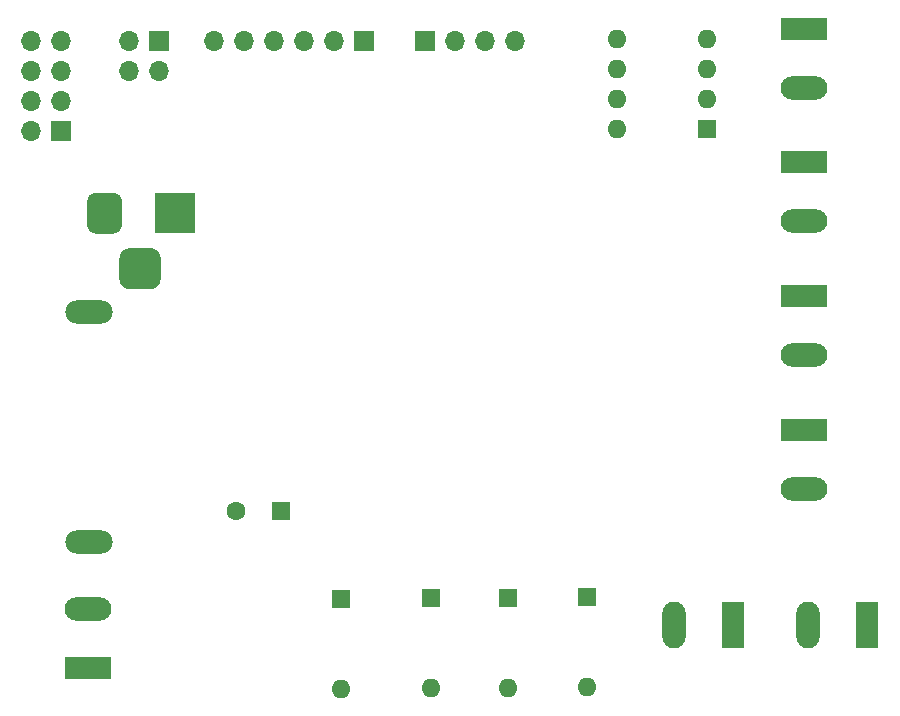
<source format=gbr>
%TF.GenerationSoftware,KiCad,Pcbnew,(5.1.10)-1*%
%TF.CreationDate,2022-04-27T18:27:10+08:00*%
%TF.ProjectId,lamp,6c616d70-2e6b-4696-9361-645f70636258,rev?*%
%TF.SameCoordinates,Original*%
%TF.FileFunction,Soldermask,Bot*%
%TF.FilePolarity,Negative*%
%FSLAX46Y46*%
G04 Gerber Fmt 4.6, Leading zero omitted, Abs format (unit mm)*
G04 Created by KiCad (PCBNEW (5.1.10)-1) date 2022-04-27 18:27:10*
%MOMM*%
%LPD*%
G01*
G04 APERTURE LIST*
%ADD10O,1.700000X1.700000*%
%ADD11R,1.700000X1.700000*%
%ADD12O,1.600000X1.600000*%
%ADD13R,1.600000X1.600000*%
%ADD14C,1.600000*%
%ADD15O,4.000000X2.000000*%
%ADD16O,3.960000X1.980000*%
%ADD17R,3.960000X1.980000*%
%ADD18O,1.980000X3.960000*%
%ADD19R,1.980000X3.960000*%
%ADD20R,3.500000X3.500000*%
G04 APERTURE END LIST*
D10*
%TO.C,J1*%
X100810000Y-11255000D03*
X103350000Y-11255000D03*
X100810000Y-13795000D03*
X103350000Y-13795000D03*
X100810000Y-16335000D03*
X103350000Y-16335000D03*
X100810000Y-18875000D03*
D11*
X103350000Y-18875000D03*
%TD*%
D12*
%TO.C,U2*%
X150390000Y-18710000D03*
X158010000Y-11090000D03*
X150390000Y-16170000D03*
X158010000Y-13630000D03*
X150390000Y-13630000D03*
X158010000Y-16170000D03*
X150390000Y-11090000D03*
D13*
X158010000Y-18710000D03*
%TD*%
D14*
%TO.C,C15*%
X118140000Y-51000000D03*
D13*
X121940000Y-51000000D03*
%TD*%
D15*
%TO.C,SW1*%
X105650000Y-53700000D03*
X105650000Y-34200000D03*
%TD*%
D12*
%TO.C,J17*%
X147850000Y-65980000D03*
D13*
X147850000Y-58360000D03*
%TD*%
D12*
%TO.C,J16*%
X141190000Y-66030000D03*
D13*
X141190000Y-58410000D03*
%TD*%
D12*
%TO.C,J15*%
X134640000Y-66000000D03*
D13*
X134640000Y-58380000D03*
%TD*%
D10*
%TO.C,J14*%
X116260000Y-11210000D03*
X118800000Y-11210000D03*
X121340000Y-11210000D03*
X123880000Y-11210000D03*
X126420000Y-11210000D03*
D11*
X128960000Y-11210000D03*
%TD*%
D10*
%TO.C,J13*%
X141780000Y-11280000D03*
X139240000Y-11280000D03*
X136700000Y-11280000D03*
D11*
X134160000Y-11280000D03*
%TD*%
D16*
%TO.C,J12*%
X166200000Y-15200000D03*
D17*
X166200000Y-10200000D03*
%TD*%
D16*
%TO.C,J11*%
X166200000Y-26499999D03*
D17*
X166200000Y-21499999D03*
%TD*%
D16*
%TO.C,J10*%
X166200000Y-37799999D03*
D17*
X166200000Y-32799999D03*
%TD*%
D16*
%TO.C,J9*%
X166200000Y-49200000D03*
D17*
X166200000Y-44200000D03*
%TD*%
D18*
%TO.C,J8*%
X166540000Y-60700000D03*
D19*
X171540000Y-60700000D03*
%TD*%
D18*
%TO.C,J7*%
X155170000Y-60700000D03*
D19*
X160170000Y-60700000D03*
%TD*%
D10*
%TO.C,J6*%
X109035000Y-13765000D03*
X109035000Y-11225000D03*
X111575000Y-13765000D03*
D11*
X111575000Y-11225000D03*
%TD*%
%TO.C,J5*%
G36*
G01*
X108250000Y-31400000D02*
X108250000Y-29650000D01*
G75*
G02*
X109125000Y-28775000I875000J0D01*
G01*
X110875000Y-28775000D01*
G75*
G02*
X111750000Y-29650000I0J-875000D01*
G01*
X111750000Y-31400000D01*
G75*
G02*
X110875000Y-32275000I-875000J0D01*
G01*
X109125000Y-32275000D01*
G75*
G02*
X108250000Y-31400000I0J875000D01*
G01*
G37*
G36*
G01*
X105500000Y-26825000D02*
X105500000Y-24825000D01*
G75*
G02*
X106250000Y-24075000I750000J0D01*
G01*
X107750000Y-24075000D01*
G75*
G02*
X108500000Y-24825000I0J-750000D01*
G01*
X108500000Y-26825000D01*
G75*
G02*
X107750000Y-27575000I-750000J0D01*
G01*
X106250000Y-27575000D01*
G75*
G02*
X105500000Y-26825000I0J750000D01*
G01*
G37*
D20*
X113000000Y-25825000D03*
%TD*%
D16*
%TO.C,J3*%
X105625000Y-59325000D03*
D17*
X105625000Y-64325000D03*
%TD*%
D12*
%TO.C,J2*%
X127010000Y-66150000D03*
D13*
X127010000Y-58530000D03*
%TD*%
M02*

</source>
